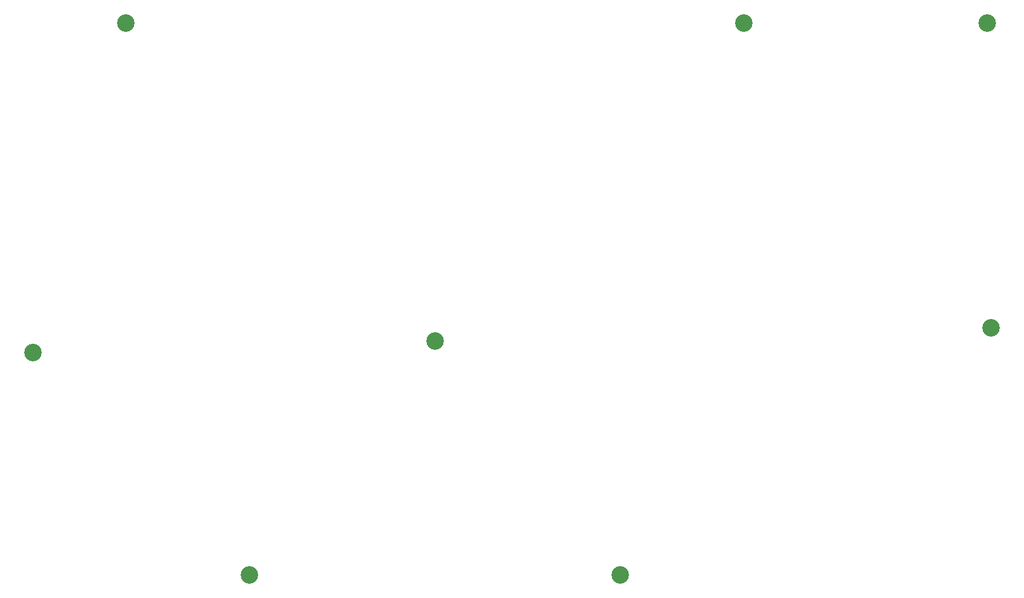
<source format=gbs>
%TF.GenerationSoftware,KiCad,Pcbnew,(7.0.0)*%
%TF.CreationDate,2023-03-07T23:24:40+05:30*%
%TF.ProjectId,Peridot Steno,50657269-646f-4742-9053-74656e6f2e6b,rev?*%
%TF.SameCoordinates,Original*%
%TF.FileFunction,Soldermask,Bot*%
%TF.FilePolarity,Negative*%
%FSLAX46Y46*%
G04 Gerber Fmt 4.6, Leading zero omitted, Abs format (unit mm)*
G04 Created by KiCad (PCBNEW (7.0.0)) date 2023-03-07 23:24:40*
%MOMM*%
%LPD*%
G01*
G04 APERTURE LIST*
%ADD10C,2.700000*%
G04 APERTURE END LIST*
D10*
%TO.C,H11*%
X95250000Y-44450000D03*
%TD*%
%TO.C,H12*%
X228600000Y-91440000D03*
%TD*%
%TO.C,H3*%
X190500000Y-44450000D03*
%TD*%
%TO.C,H1*%
X114300000Y-129540000D03*
%TD*%
%TO.C,H2*%
X80962500Y-95250000D03*
%TD*%
%TO.C,H9*%
X227965000Y-44450000D03*
%TD*%
%TO.C,H6*%
X142875000Y-93472000D03*
%TD*%
%TO.C,H8*%
X171450000Y-129540000D03*
%TD*%
M02*

</source>
